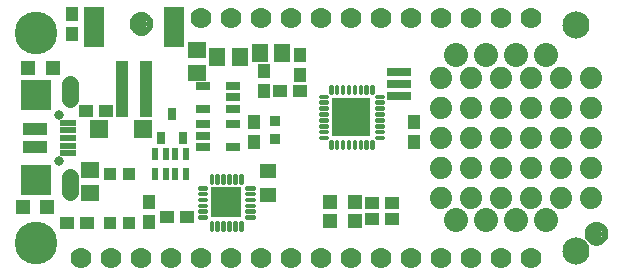
<source format=gbr>
G04 EAGLE Gerber RS-274X export*
G75*
%MOMM*%
%FSLAX34Y34*%
%LPD*%
%INSoldermask Top*%
%IPPOS*%
%AMOC8*
5,1,8,0,0,1.08239X$1,22.5*%
G01*
%ADD10C,2.301600*%
%ADD11R,1.341600X1.601600*%
%ADD12C,1.101600*%
%ADD13C,0.500000*%
%ADD14C,3.617600*%
%ADD15R,1.301600X0.651600*%
%ADD16R,1.501600X1.501600*%
%ADD17C,1.778000*%
%ADD18R,1.101600X4.701600*%
%ADD19R,1.701600X3.501600*%
%ADD20R,1.301600X1.301600*%
%ADD21R,1.176600X1.101600*%
%ADD22R,1.601600X1.341600*%
%ADD23R,1.001600X1.001600*%
%ADD24R,1.101600X1.176600*%
%ADD25C,0.240406*%
%ADD26R,2.601600X2.601600*%
%ADD27C,0.801600*%
%ADD28R,2.514600X2.514600*%
%ADD29C,1.409600*%
%ADD30R,2.101600X1.101600*%
%ADD31R,1.450000X0.500000*%
%ADD32R,0.736600X1.117600*%
%ADD33R,2.101600X0.801600*%
%ADD34C,0.225022*%
%ADD35R,3.301600X3.301600*%
%ADD36R,1.401600X1.301600*%
%ADD37R,0.551600X1.001600*%
%ADD38R,0.901600X0.901600*%
%ADD39C,2.032000*%
%ADD40C,1.879600*%


D10*
X482600Y18415D03*
X482600Y209550D03*
D11*
X197410Y182480D03*
X178410Y182480D03*
D12*
X114300Y210820D03*
D13*
X121800Y210820D02*
X121798Y211001D01*
X121791Y211182D01*
X121780Y211363D01*
X121765Y211544D01*
X121745Y211724D01*
X121721Y211904D01*
X121693Y212083D01*
X121660Y212261D01*
X121623Y212438D01*
X121582Y212615D01*
X121537Y212790D01*
X121487Y212965D01*
X121433Y213138D01*
X121375Y213309D01*
X121313Y213480D01*
X121246Y213648D01*
X121176Y213815D01*
X121102Y213981D01*
X121023Y214144D01*
X120941Y214305D01*
X120855Y214465D01*
X120765Y214622D01*
X120671Y214777D01*
X120574Y214930D01*
X120472Y215080D01*
X120368Y215228D01*
X120259Y215374D01*
X120148Y215516D01*
X120032Y215656D01*
X119914Y215793D01*
X119792Y215928D01*
X119667Y216059D01*
X119539Y216187D01*
X119408Y216312D01*
X119273Y216434D01*
X119136Y216552D01*
X118996Y216668D01*
X118854Y216779D01*
X118708Y216888D01*
X118560Y216992D01*
X118410Y217094D01*
X118257Y217191D01*
X118102Y217285D01*
X117945Y217375D01*
X117785Y217461D01*
X117624Y217543D01*
X117461Y217622D01*
X117295Y217696D01*
X117128Y217766D01*
X116960Y217833D01*
X116789Y217895D01*
X116618Y217953D01*
X116445Y218007D01*
X116270Y218057D01*
X116095Y218102D01*
X115918Y218143D01*
X115741Y218180D01*
X115563Y218213D01*
X115384Y218241D01*
X115204Y218265D01*
X115024Y218285D01*
X114843Y218300D01*
X114662Y218311D01*
X114481Y218318D01*
X114300Y218320D01*
X121800Y210820D02*
X121798Y210639D01*
X121791Y210458D01*
X121780Y210277D01*
X121765Y210096D01*
X121745Y209916D01*
X121721Y209736D01*
X121693Y209557D01*
X121660Y209379D01*
X121623Y209202D01*
X121582Y209025D01*
X121537Y208850D01*
X121487Y208675D01*
X121433Y208502D01*
X121375Y208331D01*
X121313Y208160D01*
X121246Y207992D01*
X121176Y207825D01*
X121102Y207659D01*
X121023Y207496D01*
X120941Y207335D01*
X120855Y207175D01*
X120765Y207018D01*
X120671Y206863D01*
X120574Y206710D01*
X120472Y206560D01*
X120368Y206412D01*
X120259Y206266D01*
X120148Y206124D01*
X120032Y205984D01*
X119914Y205847D01*
X119792Y205712D01*
X119667Y205581D01*
X119539Y205453D01*
X119408Y205328D01*
X119273Y205206D01*
X119136Y205088D01*
X118996Y204972D01*
X118854Y204861D01*
X118708Y204752D01*
X118560Y204648D01*
X118410Y204546D01*
X118257Y204449D01*
X118102Y204355D01*
X117945Y204265D01*
X117785Y204179D01*
X117624Y204097D01*
X117461Y204018D01*
X117295Y203944D01*
X117128Y203874D01*
X116960Y203807D01*
X116789Y203745D01*
X116618Y203687D01*
X116445Y203633D01*
X116270Y203583D01*
X116095Y203538D01*
X115918Y203497D01*
X115741Y203460D01*
X115563Y203427D01*
X115384Y203399D01*
X115204Y203375D01*
X115024Y203355D01*
X114843Y203340D01*
X114662Y203329D01*
X114481Y203322D01*
X114300Y203320D01*
X114119Y203322D01*
X113938Y203329D01*
X113757Y203340D01*
X113576Y203355D01*
X113396Y203375D01*
X113216Y203399D01*
X113037Y203427D01*
X112859Y203460D01*
X112682Y203497D01*
X112505Y203538D01*
X112330Y203583D01*
X112155Y203633D01*
X111982Y203687D01*
X111811Y203745D01*
X111640Y203807D01*
X111472Y203874D01*
X111305Y203944D01*
X111139Y204018D01*
X110976Y204097D01*
X110815Y204179D01*
X110655Y204265D01*
X110498Y204355D01*
X110343Y204449D01*
X110190Y204546D01*
X110040Y204648D01*
X109892Y204752D01*
X109746Y204861D01*
X109604Y204972D01*
X109464Y205088D01*
X109327Y205206D01*
X109192Y205328D01*
X109061Y205453D01*
X108933Y205581D01*
X108808Y205712D01*
X108686Y205847D01*
X108568Y205984D01*
X108452Y206124D01*
X108341Y206266D01*
X108232Y206412D01*
X108128Y206560D01*
X108026Y206710D01*
X107929Y206863D01*
X107835Y207018D01*
X107745Y207175D01*
X107659Y207335D01*
X107577Y207496D01*
X107498Y207659D01*
X107424Y207825D01*
X107354Y207992D01*
X107287Y208160D01*
X107225Y208331D01*
X107167Y208502D01*
X107113Y208675D01*
X107063Y208850D01*
X107018Y209025D01*
X106977Y209202D01*
X106940Y209379D01*
X106907Y209557D01*
X106879Y209736D01*
X106855Y209916D01*
X106835Y210096D01*
X106820Y210277D01*
X106809Y210458D01*
X106802Y210639D01*
X106800Y210820D01*
X106802Y211001D01*
X106809Y211182D01*
X106820Y211363D01*
X106835Y211544D01*
X106855Y211724D01*
X106879Y211904D01*
X106907Y212083D01*
X106940Y212261D01*
X106977Y212438D01*
X107018Y212615D01*
X107063Y212790D01*
X107113Y212965D01*
X107167Y213138D01*
X107225Y213309D01*
X107287Y213480D01*
X107354Y213648D01*
X107424Y213815D01*
X107498Y213981D01*
X107577Y214144D01*
X107659Y214305D01*
X107745Y214465D01*
X107835Y214622D01*
X107929Y214777D01*
X108026Y214930D01*
X108128Y215080D01*
X108232Y215228D01*
X108341Y215374D01*
X108452Y215516D01*
X108568Y215656D01*
X108686Y215793D01*
X108808Y215928D01*
X108933Y216059D01*
X109061Y216187D01*
X109192Y216312D01*
X109327Y216434D01*
X109464Y216552D01*
X109604Y216668D01*
X109746Y216779D01*
X109892Y216888D01*
X110040Y216992D01*
X110190Y217094D01*
X110343Y217191D01*
X110498Y217285D01*
X110655Y217375D01*
X110815Y217461D01*
X110976Y217543D01*
X111139Y217622D01*
X111305Y217696D01*
X111472Y217766D01*
X111640Y217833D01*
X111811Y217895D01*
X111982Y217953D01*
X112155Y218007D01*
X112330Y218057D01*
X112505Y218102D01*
X112682Y218143D01*
X112859Y218180D01*
X113037Y218213D01*
X113216Y218241D01*
X113396Y218265D01*
X113576Y218285D01*
X113757Y218300D01*
X113938Y218311D01*
X114119Y218318D01*
X114300Y218320D01*
D12*
X499582Y33090D03*
D13*
X507082Y33090D02*
X507080Y33271D01*
X507073Y33452D01*
X507062Y33633D01*
X507047Y33814D01*
X507027Y33994D01*
X507003Y34174D01*
X506975Y34353D01*
X506942Y34531D01*
X506905Y34708D01*
X506864Y34885D01*
X506819Y35060D01*
X506769Y35235D01*
X506715Y35408D01*
X506657Y35579D01*
X506595Y35750D01*
X506528Y35918D01*
X506458Y36085D01*
X506384Y36251D01*
X506305Y36414D01*
X506223Y36575D01*
X506137Y36735D01*
X506047Y36892D01*
X505953Y37047D01*
X505856Y37200D01*
X505754Y37350D01*
X505650Y37498D01*
X505541Y37644D01*
X505430Y37786D01*
X505314Y37926D01*
X505196Y38063D01*
X505074Y38198D01*
X504949Y38329D01*
X504821Y38457D01*
X504690Y38582D01*
X504555Y38704D01*
X504418Y38822D01*
X504278Y38938D01*
X504136Y39049D01*
X503990Y39158D01*
X503842Y39262D01*
X503692Y39364D01*
X503539Y39461D01*
X503384Y39555D01*
X503227Y39645D01*
X503067Y39731D01*
X502906Y39813D01*
X502743Y39892D01*
X502577Y39966D01*
X502410Y40036D01*
X502242Y40103D01*
X502071Y40165D01*
X501900Y40223D01*
X501727Y40277D01*
X501552Y40327D01*
X501377Y40372D01*
X501200Y40413D01*
X501023Y40450D01*
X500845Y40483D01*
X500666Y40511D01*
X500486Y40535D01*
X500306Y40555D01*
X500125Y40570D01*
X499944Y40581D01*
X499763Y40588D01*
X499582Y40590D01*
X507082Y33090D02*
X507080Y32909D01*
X507073Y32728D01*
X507062Y32547D01*
X507047Y32366D01*
X507027Y32186D01*
X507003Y32006D01*
X506975Y31827D01*
X506942Y31649D01*
X506905Y31472D01*
X506864Y31295D01*
X506819Y31120D01*
X506769Y30945D01*
X506715Y30772D01*
X506657Y30601D01*
X506595Y30430D01*
X506528Y30262D01*
X506458Y30095D01*
X506384Y29929D01*
X506305Y29766D01*
X506223Y29605D01*
X506137Y29445D01*
X506047Y29288D01*
X505953Y29133D01*
X505856Y28980D01*
X505754Y28830D01*
X505650Y28682D01*
X505541Y28536D01*
X505430Y28394D01*
X505314Y28254D01*
X505196Y28117D01*
X505074Y27982D01*
X504949Y27851D01*
X504821Y27723D01*
X504690Y27598D01*
X504555Y27476D01*
X504418Y27358D01*
X504278Y27242D01*
X504136Y27131D01*
X503990Y27022D01*
X503842Y26918D01*
X503692Y26816D01*
X503539Y26719D01*
X503384Y26625D01*
X503227Y26535D01*
X503067Y26449D01*
X502906Y26367D01*
X502743Y26288D01*
X502577Y26214D01*
X502410Y26144D01*
X502242Y26077D01*
X502071Y26015D01*
X501900Y25957D01*
X501727Y25903D01*
X501552Y25853D01*
X501377Y25808D01*
X501200Y25767D01*
X501023Y25730D01*
X500845Y25697D01*
X500666Y25669D01*
X500486Y25645D01*
X500306Y25625D01*
X500125Y25610D01*
X499944Y25599D01*
X499763Y25592D01*
X499582Y25590D01*
X499401Y25592D01*
X499220Y25599D01*
X499039Y25610D01*
X498858Y25625D01*
X498678Y25645D01*
X498498Y25669D01*
X498319Y25697D01*
X498141Y25730D01*
X497964Y25767D01*
X497787Y25808D01*
X497612Y25853D01*
X497437Y25903D01*
X497264Y25957D01*
X497093Y26015D01*
X496922Y26077D01*
X496754Y26144D01*
X496587Y26214D01*
X496421Y26288D01*
X496258Y26367D01*
X496097Y26449D01*
X495937Y26535D01*
X495780Y26625D01*
X495625Y26719D01*
X495472Y26816D01*
X495322Y26918D01*
X495174Y27022D01*
X495028Y27131D01*
X494886Y27242D01*
X494746Y27358D01*
X494609Y27476D01*
X494474Y27598D01*
X494343Y27723D01*
X494215Y27851D01*
X494090Y27982D01*
X493968Y28117D01*
X493850Y28254D01*
X493734Y28394D01*
X493623Y28536D01*
X493514Y28682D01*
X493410Y28830D01*
X493308Y28980D01*
X493211Y29133D01*
X493117Y29288D01*
X493027Y29445D01*
X492941Y29605D01*
X492859Y29766D01*
X492780Y29929D01*
X492706Y30095D01*
X492636Y30262D01*
X492569Y30430D01*
X492507Y30601D01*
X492449Y30772D01*
X492395Y30945D01*
X492345Y31120D01*
X492300Y31295D01*
X492259Y31472D01*
X492222Y31649D01*
X492189Y31827D01*
X492161Y32006D01*
X492137Y32186D01*
X492117Y32366D01*
X492102Y32547D01*
X492091Y32728D01*
X492084Y32909D01*
X492082Y33090D01*
X492084Y33271D01*
X492091Y33452D01*
X492102Y33633D01*
X492117Y33814D01*
X492137Y33994D01*
X492161Y34174D01*
X492189Y34353D01*
X492222Y34531D01*
X492259Y34708D01*
X492300Y34885D01*
X492345Y35060D01*
X492395Y35235D01*
X492449Y35408D01*
X492507Y35579D01*
X492569Y35750D01*
X492636Y35918D01*
X492706Y36085D01*
X492780Y36251D01*
X492859Y36414D01*
X492941Y36575D01*
X493027Y36735D01*
X493117Y36892D01*
X493211Y37047D01*
X493308Y37200D01*
X493410Y37350D01*
X493514Y37498D01*
X493623Y37644D01*
X493734Y37786D01*
X493850Y37926D01*
X493968Y38063D01*
X494090Y38198D01*
X494215Y38329D01*
X494343Y38457D01*
X494474Y38582D01*
X494609Y38704D01*
X494746Y38822D01*
X494886Y38938D01*
X495028Y39049D01*
X495174Y39158D01*
X495322Y39262D01*
X495472Y39364D01*
X495625Y39461D01*
X495780Y39555D01*
X495937Y39645D01*
X496097Y39731D01*
X496258Y39813D01*
X496421Y39892D01*
X496587Y39966D01*
X496754Y40036D01*
X496922Y40103D01*
X497093Y40165D01*
X497264Y40223D01*
X497437Y40277D01*
X497612Y40327D01*
X497787Y40372D01*
X497964Y40413D01*
X498141Y40450D01*
X498319Y40483D01*
X498498Y40511D01*
X498678Y40535D01*
X498858Y40555D01*
X499039Y40570D01*
X499220Y40581D01*
X499401Y40588D01*
X499582Y40590D01*
D14*
X25400Y203200D03*
X25400Y25400D03*
D15*
X192071Y139090D03*
X192071Y148590D03*
X192071Y158090D03*
X166069Y158090D03*
X166069Y139090D03*
D16*
X115655Y121920D03*
X78655Y121920D03*
D17*
X444500Y12700D03*
X419100Y12700D03*
X393700Y12700D03*
X368300Y12700D03*
X342900Y12700D03*
X317500Y12700D03*
X292100Y12700D03*
X266700Y12700D03*
X241300Y12700D03*
X215900Y12700D03*
X190500Y12700D03*
X165100Y12700D03*
X139700Y12700D03*
X114300Y12700D03*
X88900Y12700D03*
X63500Y12700D03*
D18*
X97950Y156040D03*
X117950Y156040D03*
D19*
X73950Y208040D03*
X141950Y208040D03*
D17*
X165100Y215900D03*
X190500Y215900D03*
X215900Y215900D03*
X241300Y215900D03*
X266700Y215900D03*
X292100Y215900D03*
X317500Y215900D03*
X342900Y215900D03*
X368300Y215900D03*
X393700Y215900D03*
X419100Y215900D03*
X444500Y215900D03*
D15*
X166069Y125705D03*
X166069Y116205D03*
X166069Y106705D03*
X192071Y106705D03*
X192071Y125705D03*
D20*
X34630Y55880D03*
X13630Y55880D03*
D21*
X51190Y41910D03*
X68190Y41910D03*
D22*
X161290Y188570D03*
X161290Y169570D03*
D23*
X103885Y42365D03*
X87885Y42365D03*
X87885Y83365D03*
X103885Y83365D03*
D20*
X18075Y173355D03*
X39075Y173355D03*
D24*
X55880Y219320D03*
X55880Y202320D03*
D25*
X162749Y72896D02*
X169361Y72896D01*
X169361Y71484D01*
X162749Y71484D01*
X162749Y72896D01*
X162749Y67896D02*
X169361Y67896D01*
X169361Y66484D01*
X162749Y66484D01*
X162749Y67896D01*
X162749Y62896D02*
X169361Y62896D01*
X169361Y61484D01*
X162749Y61484D01*
X162749Y62896D01*
X162749Y57896D02*
X169361Y57896D01*
X169361Y56484D01*
X162749Y56484D01*
X162749Y57896D01*
X162749Y52896D02*
X169361Y52896D01*
X169361Y51484D01*
X162749Y51484D01*
X162749Y52896D01*
X162749Y47896D02*
X169361Y47896D01*
X169361Y46484D01*
X162749Y46484D01*
X162749Y47896D01*
X174261Y42996D02*
X174261Y36384D01*
X172849Y36384D01*
X172849Y42996D01*
X174261Y42996D01*
X174261Y38668D02*
X172849Y38668D01*
X172849Y40952D02*
X174261Y40952D01*
X179261Y42996D02*
X179261Y36384D01*
X177849Y36384D01*
X177849Y42996D01*
X179261Y42996D01*
X179261Y38668D02*
X177849Y38668D01*
X177849Y40952D02*
X179261Y40952D01*
X184261Y42996D02*
X184261Y36384D01*
X182849Y36384D01*
X182849Y42996D01*
X184261Y42996D01*
X184261Y38668D02*
X182849Y38668D01*
X182849Y40952D02*
X184261Y40952D01*
X189261Y42996D02*
X189261Y36384D01*
X187849Y36384D01*
X187849Y42996D01*
X189261Y42996D01*
X189261Y38668D02*
X187849Y38668D01*
X187849Y40952D02*
X189261Y40952D01*
X194261Y42996D02*
X194261Y36384D01*
X192849Y36384D01*
X192849Y42996D01*
X194261Y42996D01*
X194261Y38668D02*
X192849Y38668D01*
X192849Y40952D02*
X194261Y40952D01*
X199261Y42996D02*
X199261Y36384D01*
X197849Y36384D01*
X197849Y42996D01*
X199261Y42996D01*
X199261Y38668D02*
X197849Y38668D01*
X197849Y40952D02*
X199261Y40952D01*
X202749Y46484D02*
X209361Y46484D01*
X202749Y46484D02*
X202749Y47896D01*
X209361Y47896D01*
X209361Y46484D01*
X209361Y51484D02*
X202749Y51484D01*
X202749Y52896D01*
X209361Y52896D01*
X209361Y51484D01*
X209361Y56484D02*
X202749Y56484D01*
X202749Y57896D01*
X209361Y57896D01*
X209361Y56484D01*
X209361Y61484D02*
X202749Y61484D01*
X202749Y62896D01*
X209361Y62896D01*
X209361Y61484D01*
X209361Y66484D02*
X202749Y66484D01*
X202749Y67896D01*
X209361Y67896D01*
X209361Y66484D01*
X209361Y71484D02*
X202749Y71484D01*
X202749Y72896D01*
X209361Y72896D01*
X209361Y71484D01*
X197849Y76384D02*
X197849Y82996D01*
X199261Y82996D01*
X199261Y76384D01*
X197849Y76384D01*
X197849Y78668D02*
X199261Y78668D01*
X199261Y80952D02*
X197849Y80952D01*
X192849Y82996D02*
X192849Y76384D01*
X192849Y82996D02*
X194261Y82996D01*
X194261Y76384D01*
X192849Y76384D01*
X192849Y78668D02*
X194261Y78668D01*
X194261Y80952D02*
X192849Y80952D01*
X187849Y82996D02*
X187849Y76384D01*
X187849Y82996D02*
X189261Y82996D01*
X189261Y76384D01*
X187849Y76384D01*
X187849Y78668D02*
X189261Y78668D01*
X189261Y80952D02*
X187849Y80952D01*
X182849Y82996D02*
X182849Y76384D01*
X182849Y82996D02*
X184261Y82996D01*
X184261Y76384D01*
X182849Y76384D01*
X182849Y78668D02*
X184261Y78668D01*
X184261Y80952D02*
X182849Y80952D01*
X177849Y82996D02*
X177849Y76384D01*
X177849Y82996D02*
X179261Y82996D01*
X179261Y76384D01*
X177849Y76384D01*
X177849Y78668D02*
X179261Y78668D01*
X179261Y80952D02*
X177849Y80952D01*
X172849Y82996D02*
X172849Y76384D01*
X172849Y82996D02*
X174261Y82996D01*
X174261Y76384D01*
X172849Y76384D01*
X172849Y78668D02*
X174261Y78668D01*
X174261Y80952D02*
X172849Y80952D01*
D26*
X186055Y59690D03*
D27*
X44450Y133800D03*
X44450Y94800D03*
D28*
X25450Y78300D03*
X25450Y150300D03*
D29*
X53450Y147300D02*
X53450Y160380D01*
X53450Y81300D02*
X53450Y68220D01*
D30*
X24450Y121800D03*
X24450Y106800D03*
D31*
X52200Y127300D03*
X52200Y120800D03*
X52200Y114300D03*
X52200Y107800D03*
X52200Y101300D03*
D11*
X233655Y186055D03*
X214655Y186055D03*
D22*
X71120Y67843D03*
X71120Y86843D03*
D32*
X140335Y134460D03*
X149835Y114460D03*
X130835Y114460D03*
D24*
X217805Y171060D03*
X217805Y154060D03*
D20*
X273980Y43815D03*
X294980Y43815D03*
X273980Y60325D03*
X294980Y60325D03*
D24*
X120650Y59935D03*
X120650Y42935D03*
X209550Y110880D03*
X209550Y127880D03*
X344805Y110880D03*
X344805Y127880D03*
D33*
X332105Y149766D03*
X332105Y159766D03*
X332105Y169766D03*
D21*
X231530Y154305D03*
X248530Y154305D03*
D24*
X248285Y184395D03*
X248285Y167395D03*
D34*
X312717Y115213D02*
X318483Y115213D01*
X318483Y113947D01*
X312717Y113947D01*
X312717Y115213D01*
X312717Y120213D02*
X318483Y120213D01*
X318483Y118947D01*
X312717Y118947D01*
X312717Y120213D01*
X312717Y125213D02*
X318483Y125213D01*
X318483Y123947D01*
X312717Y123947D01*
X312717Y125213D01*
X312717Y130213D02*
X318483Y130213D01*
X318483Y128947D01*
X312717Y128947D01*
X312717Y130213D01*
X312717Y135213D02*
X318483Y135213D01*
X318483Y133947D01*
X312717Y133947D01*
X312717Y135213D01*
X312717Y140213D02*
X318483Y140213D01*
X318483Y138947D01*
X312717Y138947D01*
X312717Y140213D01*
X312717Y145213D02*
X318483Y145213D01*
X318483Y143947D01*
X312717Y143947D01*
X312717Y145213D01*
X312717Y150213D02*
X318483Y150213D01*
X318483Y148947D01*
X312717Y148947D01*
X312717Y150213D01*
X310233Y158463D02*
X308967Y158463D01*
X310233Y158463D02*
X310233Y152697D01*
X308967Y152697D01*
X308967Y158463D01*
X308967Y154834D02*
X310233Y154834D01*
X310233Y156971D02*
X308967Y156971D01*
X305233Y158463D02*
X303967Y158463D01*
X305233Y158463D02*
X305233Y152697D01*
X303967Y152697D01*
X303967Y158463D01*
X303967Y154834D02*
X305233Y154834D01*
X305233Y156971D02*
X303967Y156971D01*
X300233Y158463D02*
X298967Y158463D01*
X300233Y158463D02*
X300233Y152697D01*
X298967Y152697D01*
X298967Y158463D01*
X298967Y154834D02*
X300233Y154834D01*
X300233Y156971D02*
X298967Y156971D01*
X295233Y158463D02*
X293967Y158463D01*
X295233Y158463D02*
X295233Y152697D01*
X293967Y152697D01*
X293967Y158463D01*
X293967Y154834D02*
X295233Y154834D01*
X295233Y156971D02*
X293967Y156971D01*
X290233Y158463D02*
X288967Y158463D01*
X290233Y158463D02*
X290233Y152697D01*
X288967Y152697D01*
X288967Y158463D01*
X288967Y154834D02*
X290233Y154834D01*
X290233Y156971D02*
X288967Y156971D01*
X285233Y158463D02*
X283967Y158463D01*
X285233Y158463D02*
X285233Y152697D01*
X283967Y152697D01*
X283967Y158463D01*
X283967Y154834D02*
X285233Y154834D01*
X285233Y156971D02*
X283967Y156971D01*
X280233Y158463D02*
X278967Y158463D01*
X280233Y158463D02*
X280233Y152697D01*
X278967Y152697D01*
X278967Y158463D01*
X278967Y154834D02*
X280233Y154834D01*
X280233Y156971D02*
X278967Y156971D01*
X275233Y158463D02*
X273967Y158463D01*
X275233Y158463D02*
X275233Y152697D01*
X273967Y152697D01*
X273967Y158463D01*
X273967Y154834D02*
X275233Y154834D01*
X275233Y156971D02*
X273967Y156971D01*
X271483Y150213D02*
X265717Y150213D01*
X271483Y150213D02*
X271483Y148947D01*
X265717Y148947D01*
X265717Y150213D01*
X265717Y145213D02*
X271483Y145213D01*
X271483Y143947D01*
X265717Y143947D01*
X265717Y145213D01*
X265717Y140213D02*
X271483Y140213D01*
X271483Y138947D01*
X265717Y138947D01*
X265717Y140213D01*
X265717Y135213D02*
X271483Y135213D01*
X271483Y133947D01*
X265717Y133947D01*
X265717Y135213D01*
X265717Y130213D02*
X271483Y130213D01*
X271483Y128947D01*
X265717Y128947D01*
X265717Y130213D01*
X265717Y125213D02*
X271483Y125213D01*
X271483Y123947D01*
X265717Y123947D01*
X265717Y125213D01*
X265717Y120213D02*
X271483Y120213D01*
X271483Y118947D01*
X265717Y118947D01*
X265717Y120213D01*
X265717Y115213D02*
X271483Y115213D01*
X271483Y113947D01*
X265717Y113947D01*
X265717Y115213D01*
X273967Y111463D02*
X275233Y111463D01*
X275233Y105697D01*
X273967Y105697D01*
X273967Y111463D01*
X273967Y107834D02*
X275233Y107834D01*
X275233Y109971D02*
X273967Y109971D01*
X278967Y111463D02*
X280233Y111463D01*
X280233Y105697D01*
X278967Y105697D01*
X278967Y111463D01*
X278967Y107834D02*
X280233Y107834D01*
X280233Y109971D02*
X278967Y109971D01*
X283967Y111463D02*
X285233Y111463D01*
X285233Y105697D01*
X283967Y105697D01*
X283967Y111463D01*
X283967Y107834D02*
X285233Y107834D01*
X285233Y109971D02*
X283967Y109971D01*
X288967Y111463D02*
X290233Y111463D01*
X290233Y105697D01*
X288967Y105697D01*
X288967Y111463D01*
X288967Y107834D02*
X290233Y107834D01*
X290233Y109971D02*
X288967Y109971D01*
X293967Y111463D02*
X295233Y111463D01*
X295233Y105697D01*
X293967Y105697D01*
X293967Y111463D01*
X293967Y107834D02*
X295233Y107834D01*
X295233Y109971D02*
X293967Y109971D01*
X298967Y111463D02*
X300233Y111463D01*
X300233Y105697D01*
X298967Y105697D01*
X298967Y111463D01*
X298967Y107834D02*
X300233Y107834D01*
X300233Y109971D02*
X298967Y109971D01*
X303967Y111463D02*
X305233Y111463D01*
X305233Y105697D01*
X303967Y105697D01*
X303967Y111463D01*
X303967Y107834D02*
X305233Y107834D01*
X305233Y109971D02*
X303967Y109971D01*
X308967Y111463D02*
X310233Y111463D01*
X310233Y105697D01*
X308967Y105697D01*
X308967Y111463D01*
X308967Y107834D02*
X310233Y107834D01*
X310233Y109971D02*
X308967Y109971D01*
D35*
X292100Y132080D03*
D36*
X221615Y66040D03*
X221615Y86360D03*
D37*
X152065Y83575D03*
X152065Y100575D03*
X143065Y83575D03*
X135065Y83575D03*
X126065Y83575D03*
X126065Y100575D03*
X143065Y100575D03*
X135065Y100575D03*
D21*
X67065Y137160D03*
X84065Y137160D03*
D38*
X227127Y128381D03*
X227127Y113141D03*
D21*
X309635Y59055D03*
X326635Y59055D03*
X309635Y45720D03*
X326635Y45720D03*
X152645Y46990D03*
X135645Y46990D03*
D39*
X406400Y44450D03*
X431800Y44450D03*
X457200Y44450D03*
X381000Y44450D03*
X406400Y184150D03*
X431800Y184150D03*
X457200Y184150D03*
X381000Y184150D03*
D40*
X444500Y165100D03*
X444500Y139700D03*
X469900Y139700D03*
X469900Y165100D03*
X495300Y165100D03*
X495300Y139700D03*
X495300Y114300D03*
X495300Y88900D03*
X469900Y88900D03*
X469900Y114300D03*
X444500Y114300D03*
X444500Y88900D03*
X444500Y63500D03*
X469900Y63500D03*
X419100Y63500D03*
X419100Y88900D03*
X419100Y114300D03*
X419100Y139700D03*
X419100Y165100D03*
X393700Y165100D03*
X393700Y139700D03*
X393700Y114300D03*
X393700Y88900D03*
X393700Y63500D03*
X495300Y63500D03*
X368300Y63500D03*
X368300Y88900D03*
X368300Y114300D03*
X368300Y139700D03*
X368300Y165100D03*
M02*

</source>
